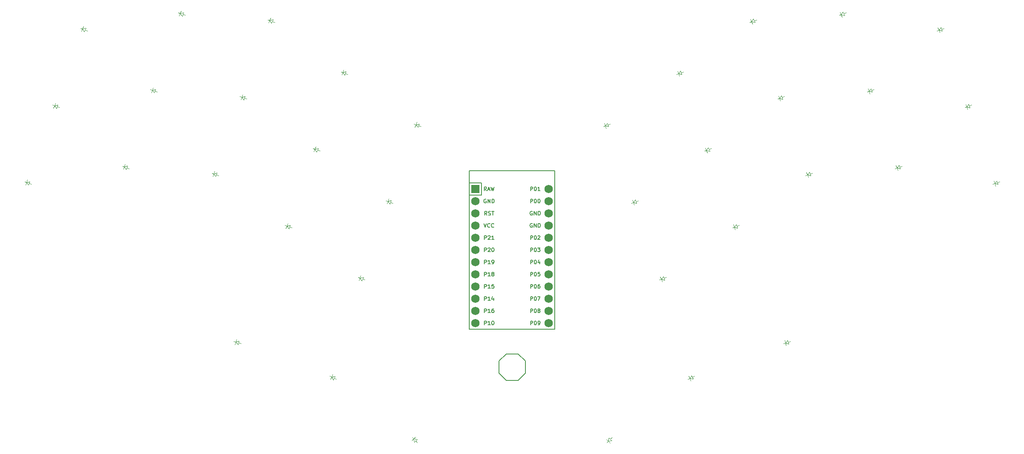
<source format=gbr>
%TF.GenerationSoftware,KiCad,Pcbnew,8.0.1*%
%TF.CreationDate,2024-04-14T13:59:04+09:00*%
%TF.ProjectId,lazyboy36,6c617a79-626f-4793-9336-2e6b69636164,v1.0.0*%
%TF.SameCoordinates,Original*%
%TF.FileFunction,Legend,Top*%
%TF.FilePolarity,Positive*%
%FSLAX46Y46*%
G04 Gerber Fmt 4.6, Leading zero omitted, Abs format (unit mm)*
G04 Created by KiCad (PCBNEW 8.0.1) date 2024-04-14 13:59:04*
%MOMM*%
%LPD*%
G01*
G04 APERTURE LIST*
%ADD10C,0.150000*%
%ADD11C,0.100000*%
%ADD12R,1.752600X1.752600*%
%ADD13C,1.752600*%
G04 APERTURE END LIST*
D10*
X159574295Y-146312634D02*
X159574295Y-145512634D01*
X159574295Y-145512634D02*
X159879057Y-145512634D01*
X159879057Y-145512634D02*
X159955247Y-145550729D01*
X159955247Y-145550729D02*
X159993342Y-145588824D01*
X159993342Y-145588824D02*
X160031438Y-145665015D01*
X160031438Y-145665015D02*
X160031438Y-145779300D01*
X160031438Y-145779300D02*
X159993342Y-145855491D01*
X159993342Y-145855491D02*
X159955247Y-145893586D01*
X159955247Y-145893586D02*
X159879057Y-145931681D01*
X159879057Y-145931681D02*
X159574295Y-145931681D01*
X160526676Y-145512634D02*
X160602866Y-145512634D01*
X160602866Y-145512634D02*
X160679057Y-145550729D01*
X160679057Y-145550729D02*
X160717152Y-145588824D01*
X160717152Y-145588824D02*
X160755247Y-145665015D01*
X160755247Y-145665015D02*
X160793342Y-145817396D01*
X160793342Y-145817396D02*
X160793342Y-146007872D01*
X160793342Y-146007872D02*
X160755247Y-146160253D01*
X160755247Y-146160253D02*
X160717152Y-146236443D01*
X160717152Y-146236443D02*
X160679057Y-146274539D01*
X160679057Y-146274539D02*
X160602866Y-146312634D01*
X160602866Y-146312634D02*
X160526676Y-146312634D01*
X160526676Y-146312634D02*
X160450485Y-146274539D01*
X160450485Y-146274539D02*
X160412390Y-146236443D01*
X160412390Y-146236443D02*
X160374295Y-146160253D01*
X160374295Y-146160253D02*
X160336199Y-146007872D01*
X160336199Y-146007872D02*
X160336199Y-145817396D01*
X160336199Y-145817396D02*
X160374295Y-145665015D01*
X160374295Y-145665015D02*
X160412390Y-145588824D01*
X160412390Y-145588824D02*
X160450485Y-145550729D01*
X160450485Y-145550729D02*
X160526676Y-145512634D01*
X161098104Y-145588824D02*
X161136200Y-145550729D01*
X161136200Y-145550729D02*
X161212390Y-145512634D01*
X161212390Y-145512634D02*
X161402866Y-145512634D01*
X161402866Y-145512634D02*
X161479057Y-145550729D01*
X161479057Y-145550729D02*
X161517152Y-145588824D01*
X161517152Y-145588824D02*
X161555247Y-145665015D01*
X161555247Y-145665015D02*
X161555247Y-145741205D01*
X161555247Y-145741205D02*
X161517152Y-145855491D01*
X161517152Y-145855491D02*
X161060009Y-146312634D01*
X161060009Y-146312634D02*
X161555247Y-146312634D01*
X150336199Y-137930731D02*
X150260009Y-137892636D01*
X150260009Y-137892636D02*
X150145723Y-137892636D01*
X150145723Y-137892636D02*
X150031437Y-137930731D01*
X150031437Y-137930731D02*
X149955247Y-138006921D01*
X149955247Y-138006921D02*
X149917152Y-138083112D01*
X149917152Y-138083112D02*
X149879056Y-138235493D01*
X149879056Y-138235493D02*
X149879056Y-138349779D01*
X149879056Y-138349779D02*
X149917152Y-138502160D01*
X149917152Y-138502160D02*
X149955247Y-138578350D01*
X149955247Y-138578350D02*
X150031437Y-138654541D01*
X150031437Y-138654541D02*
X150145723Y-138692636D01*
X150145723Y-138692636D02*
X150221914Y-138692636D01*
X150221914Y-138692636D02*
X150336199Y-138654541D01*
X150336199Y-138654541D02*
X150374295Y-138616445D01*
X150374295Y-138616445D02*
X150374295Y-138349779D01*
X150374295Y-138349779D02*
X150221914Y-138349779D01*
X150717152Y-138692636D02*
X150717152Y-137892636D01*
X150717152Y-137892636D02*
X151174295Y-138692636D01*
X151174295Y-138692636D02*
X151174295Y-137892636D01*
X151555247Y-138692636D02*
X151555247Y-137892636D01*
X151555247Y-137892636D02*
X151745723Y-137892636D01*
X151745723Y-137892636D02*
X151860009Y-137930731D01*
X151860009Y-137930731D02*
X151936199Y-138006921D01*
X151936199Y-138006921D02*
X151974294Y-138083112D01*
X151974294Y-138083112D02*
X152012390Y-138235493D01*
X152012390Y-138235493D02*
X152012390Y-138349779D01*
X152012390Y-138349779D02*
X151974294Y-138502160D01*
X151974294Y-138502160D02*
X151936199Y-138578350D01*
X151936199Y-138578350D02*
X151860009Y-138654541D01*
X151860009Y-138654541D02*
X151745723Y-138692636D01*
X151745723Y-138692636D02*
X151555247Y-138692636D01*
X149974294Y-164092634D02*
X149974294Y-163292634D01*
X149974294Y-163292634D02*
X150279056Y-163292634D01*
X150279056Y-163292634D02*
X150355246Y-163330729D01*
X150355246Y-163330729D02*
X150393341Y-163368824D01*
X150393341Y-163368824D02*
X150431437Y-163445015D01*
X150431437Y-163445015D02*
X150431437Y-163559300D01*
X150431437Y-163559300D02*
X150393341Y-163635491D01*
X150393341Y-163635491D02*
X150355246Y-163673586D01*
X150355246Y-163673586D02*
X150279056Y-163711681D01*
X150279056Y-163711681D02*
X149974294Y-163711681D01*
X151193341Y-164092634D02*
X150736198Y-164092634D01*
X150964770Y-164092634D02*
X150964770Y-163292634D01*
X150964770Y-163292634D02*
X150888579Y-163406919D01*
X150888579Y-163406919D02*
X150812389Y-163483110D01*
X150812389Y-163483110D02*
X150736198Y-163521205D01*
X151688580Y-163292634D02*
X151764770Y-163292634D01*
X151764770Y-163292634D02*
X151840961Y-163330729D01*
X151840961Y-163330729D02*
X151879056Y-163368824D01*
X151879056Y-163368824D02*
X151917151Y-163445015D01*
X151917151Y-163445015D02*
X151955246Y-163597396D01*
X151955246Y-163597396D02*
X151955246Y-163787872D01*
X151955246Y-163787872D02*
X151917151Y-163940253D01*
X151917151Y-163940253D02*
X151879056Y-164016443D01*
X151879056Y-164016443D02*
X151840961Y-164054539D01*
X151840961Y-164054539D02*
X151764770Y-164092634D01*
X151764770Y-164092634D02*
X151688580Y-164092634D01*
X151688580Y-164092634D02*
X151612389Y-164054539D01*
X151612389Y-164054539D02*
X151574294Y-164016443D01*
X151574294Y-164016443D02*
X151536199Y-163940253D01*
X151536199Y-163940253D02*
X151498103Y-163787872D01*
X151498103Y-163787872D02*
X151498103Y-163597396D01*
X151498103Y-163597396D02*
X151536199Y-163445015D01*
X151536199Y-163445015D02*
X151574294Y-163368824D01*
X151574294Y-163368824D02*
X151612389Y-163330729D01*
X151612389Y-163330729D02*
X151688580Y-163292634D01*
X149974293Y-151392636D02*
X149974293Y-150592636D01*
X149974293Y-150592636D02*
X150279055Y-150592636D01*
X150279055Y-150592636D02*
X150355245Y-150630731D01*
X150355245Y-150630731D02*
X150393340Y-150668826D01*
X150393340Y-150668826D02*
X150431436Y-150745017D01*
X150431436Y-150745017D02*
X150431436Y-150859302D01*
X150431436Y-150859302D02*
X150393340Y-150935493D01*
X150393340Y-150935493D02*
X150355245Y-150973588D01*
X150355245Y-150973588D02*
X150279055Y-151011683D01*
X150279055Y-151011683D02*
X149974293Y-151011683D01*
X151193340Y-151392636D02*
X150736197Y-151392636D01*
X150964769Y-151392636D02*
X150964769Y-150592636D01*
X150964769Y-150592636D02*
X150888578Y-150706921D01*
X150888578Y-150706921D02*
X150812388Y-150783112D01*
X150812388Y-150783112D02*
X150736197Y-150821207D01*
X151574293Y-151392636D02*
X151726674Y-151392636D01*
X151726674Y-151392636D02*
X151802864Y-151354541D01*
X151802864Y-151354541D02*
X151840960Y-151316445D01*
X151840960Y-151316445D02*
X151917150Y-151202160D01*
X151917150Y-151202160D02*
X151955245Y-151049779D01*
X151955245Y-151049779D02*
X151955245Y-150745017D01*
X151955245Y-150745017D02*
X151917150Y-150668826D01*
X151917150Y-150668826D02*
X151879055Y-150630731D01*
X151879055Y-150630731D02*
X151802864Y-150592636D01*
X151802864Y-150592636D02*
X151650483Y-150592636D01*
X151650483Y-150592636D02*
X151574293Y-150630731D01*
X151574293Y-150630731D02*
X151536198Y-150668826D01*
X151536198Y-150668826D02*
X151498102Y-150745017D01*
X151498102Y-150745017D02*
X151498102Y-150935493D01*
X151498102Y-150935493D02*
X151536198Y-151011683D01*
X151536198Y-151011683D02*
X151574293Y-151049779D01*
X151574293Y-151049779D02*
X151650483Y-151087874D01*
X151650483Y-151087874D02*
X151802864Y-151087874D01*
X151802864Y-151087874D02*
X151879055Y-151049779D01*
X151879055Y-151049779D02*
X151917150Y-151011683D01*
X151917150Y-151011683D02*
X151955245Y-150935493D01*
X149974294Y-161552634D02*
X149974294Y-160752634D01*
X149974294Y-160752634D02*
X150279056Y-160752634D01*
X150279056Y-160752634D02*
X150355246Y-160790729D01*
X150355246Y-160790729D02*
X150393341Y-160828824D01*
X150393341Y-160828824D02*
X150431437Y-160905015D01*
X150431437Y-160905015D02*
X150431437Y-161019300D01*
X150431437Y-161019300D02*
X150393341Y-161095491D01*
X150393341Y-161095491D02*
X150355246Y-161133586D01*
X150355246Y-161133586D02*
X150279056Y-161171681D01*
X150279056Y-161171681D02*
X149974294Y-161171681D01*
X151193341Y-161552634D02*
X150736198Y-161552634D01*
X150964770Y-161552634D02*
X150964770Y-160752634D01*
X150964770Y-160752634D02*
X150888579Y-160866919D01*
X150888579Y-160866919D02*
X150812389Y-160943110D01*
X150812389Y-160943110D02*
X150736198Y-160981205D01*
X151879056Y-160752634D02*
X151726675Y-160752634D01*
X151726675Y-160752634D02*
X151650484Y-160790729D01*
X151650484Y-160790729D02*
X151612389Y-160828824D01*
X151612389Y-160828824D02*
X151536199Y-160943110D01*
X151536199Y-160943110D02*
X151498103Y-161095491D01*
X151498103Y-161095491D02*
X151498103Y-161400253D01*
X151498103Y-161400253D02*
X151536199Y-161476443D01*
X151536199Y-161476443D02*
X151574294Y-161514539D01*
X151574294Y-161514539D02*
X151650484Y-161552634D01*
X151650484Y-161552634D02*
X151802865Y-161552634D01*
X151802865Y-161552634D02*
X151879056Y-161514539D01*
X151879056Y-161514539D02*
X151917151Y-161476443D01*
X151917151Y-161476443D02*
X151955246Y-161400253D01*
X151955246Y-161400253D02*
X151955246Y-161209777D01*
X151955246Y-161209777D02*
X151917151Y-161133586D01*
X151917151Y-161133586D02*
X151879056Y-161095491D01*
X151879056Y-161095491D02*
X151802865Y-161057396D01*
X151802865Y-161057396D02*
X151650484Y-161057396D01*
X151650484Y-161057396D02*
X151574294Y-161095491D01*
X151574294Y-161095491D02*
X151536199Y-161133586D01*
X151536199Y-161133586D02*
X151498103Y-161209777D01*
X159936198Y-143010730D02*
X159860008Y-142972635D01*
X159860008Y-142972635D02*
X159745722Y-142972635D01*
X159745722Y-142972635D02*
X159631436Y-143010730D01*
X159631436Y-143010730D02*
X159555246Y-143086920D01*
X159555246Y-143086920D02*
X159517151Y-143163111D01*
X159517151Y-143163111D02*
X159479055Y-143315492D01*
X159479055Y-143315492D02*
X159479055Y-143429778D01*
X159479055Y-143429778D02*
X159517151Y-143582159D01*
X159517151Y-143582159D02*
X159555246Y-143658349D01*
X159555246Y-143658349D02*
X159631436Y-143734540D01*
X159631436Y-143734540D02*
X159745722Y-143772635D01*
X159745722Y-143772635D02*
X159821913Y-143772635D01*
X159821913Y-143772635D02*
X159936198Y-143734540D01*
X159936198Y-143734540D02*
X159974294Y-143696444D01*
X159974294Y-143696444D02*
X159974294Y-143429778D01*
X159974294Y-143429778D02*
X159821913Y-143429778D01*
X160317151Y-143772635D02*
X160317151Y-142972635D01*
X160317151Y-142972635D02*
X160774294Y-143772635D01*
X160774294Y-143772635D02*
X160774294Y-142972635D01*
X161155246Y-143772635D02*
X161155246Y-142972635D01*
X161155246Y-142972635D02*
X161345722Y-142972635D01*
X161345722Y-142972635D02*
X161460008Y-143010730D01*
X161460008Y-143010730D02*
X161536198Y-143086920D01*
X161536198Y-143086920D02*
X161574293Y-143163111D01*
X161574293Y-143163111D02*
X161612389Y-143315492D01*
X161612389Y-143315492D02*
X161612389Y-143429778D01*
X161612389Y-143429778D02*
X161574293Y-143582159D01*
X161574293Y-143582159D02*
X161536198Y-143658349D01*
X161536198Y-143658349D02*
X161460008Y-143734540D01*
X161460008Y-143734540D02*
X161345722Y-143772635D01*
X161345722Y-143772635D02*
X161155246Y-143772635D01*
X150507627Y-141232635D02*
X150240960Y-140851682D01*
X150050484Y-141232635D02*
X150050484Y-140432635D01*
X150050484Y-140432635D02*
X150355246Y-140432635D01*
X150355246Y-140432635D02*
X150431436Y-140470730D01*
X150431436Y-140470730D02*
X150469531Y-140508825D01*
X150469531Y-140508825D02*
X150507627Y-140585016D01*
X150507627Y-140585016D02*
X150507627Y-140699301D01*
X150507627Y-140699301D02*
X150469531Y-140775492D01*
X150469531Y-140775492D02*
X150431436Y-140813587D01*
X150431436Y-140813587D02*
X150355246Y-140851682D01*
X150355246Y-140851682D02*
X150050484Y-140851682D01*
X150812388Y-141194540D02*
X150926674Y-141232635D01*
X150926674Y-141232635D02*
X151117150Y-141232635D01*
X151117150Y-141232635D02*
X151193341Y-141194540D01*
X151193341Y-141194540D02*
X151231436Y-141156444D01*
X151231436Y-141156444D02*
X151269531Y-141080254D01*
X151269531Y-141080254D02*
X151269531Y-141004063D01*
X151269531Y-141004063D02*
X151231436Y-140927873D01*
X151231436Y-140927873D02*
X151193341Y-140889778D01*
X151193341Y-140889778D02*
X151117150Y-140851682D01*
X151117150Y-140851682D02*
X150964769Y-140813587D01*
X150964769Y-140813587D02*
X150888579Y-140775492D01*
X150888579Y-140775492D02*
X150850484Y-140737397D01*
X150850484Y-140737397D02*
X150812388Y-140661206D01*
X150812388Y-140661206D02*
X150812388Y-140585016D01*
X150812388Y-140585016D02*
X150850484Y-140508825D01*
X150850484Y-140508825D02*
X150888579Y-140470730D01*
X150888579Y-140470730D02*
X150964769Y-140432635D01*
X150964769Y-140432635D02*
X151155246Y-140432635D01*
X151155246Y-140432635D02*
X151269531Y-140470730D01*
X151498103Y-140432635D02*
X151955246Y-140432635D01*
X151726674Y-141232635D02*
X151726674Y-140432635D01*
X159574294Y-138692636D02*
X159574294Y-137892636D01*
X159574294Y-137892636D02*
X159879056Y-137892636D01*
X159879056Y-137892636D02*
X159955246Y-137930731D01*
X159955246Y-137930731D02*
X159993341Y-137968826D01*
X159993341Y-137968826D02*
X160031437Y-138045017D01*
X160031437Y-138045017D02*
X160031437Y-138159302D01*
X160031437Y-138159302D02*
X159993341Y-138235493D01*
X159993341Y-138235493D02*
X159955246Y-138273588D01*
X159955246Y-138273588D02*
X159879056Y-138311683D01*
X159879056Y-138311683D02*
X159574294Y-138311683D01*
X160526675Y-137892636D02*
X160602865Y-137892636D01*
X160602865Y-137892636D02*
X160679056Y-137930731D01*
X160679056Y-137930731D02*
X160717151Y-137968826D01*
X160717151Y-137968826D02*
X160755246Y-138045017D01*
X160755246Y-138045017D02*
X160793341Y-138197398D01*
X160793341Y-138197398D02*
X160793341Y-138387874D01*
X160793341Y-138387874D02*
X160755246Y-138540255D01*
X160755246Y-138540255D02*
X160717151Y-138616445D01*
X160717151Y-138616445D02*
X160679056Y-138654541D01*
X160679056Y-138654541D02*
X160602865Y-138692636D01*
X160602865Y-138692636D02*
X160526675Y-138692636D01*
X160526675Y-138692636D02*
X160450484Y-138654541D01*
X160450484Y-138654541D02*
X160412389Y-138616445D01*
X160412389Y-138616445D02*
X160374294Y-138540255D01*
X160374294Y-138540255D02*
X160336198Y-138387874D01*
X160336198Y-138387874D02*
X160336198Y-138197398D01*
X160336198Y-138197398D02*
X160374294Y-138045017D01*
X160374294Y-138045017D02*
X160412389Y-137968826D01*
X160412389Y-137968826D02*
X160450484Y-137930731D01*
X160450484Y-137930731D02*
X160526675Y-137892636D01*
X161288580Y-137892636D02*
X161364770Y-137892636D01*
X161364770Y-137892636D02*
X161440961Y-137930731D01*
X161440961Y-137930731D02*
X161479056Y-137968826D01*
X161479056Y-137968826D02*
X161517151Y-138045017D01*
X161517151Y-138045017D02*
X161555246Y-138197398D01*
X161555246Y-138197398D02*
X161555246Y-138387874D01*
X161555246Y-138387874D02*
X161517151Y-138540255D01*
X161517151Y-138540255D02*
X161479056Y-138616445D01*
X161479056Y-138616445D02*
X161440961Y-138654541D01*
X161440961Y-138654541D02*
X161364770Y-138692636D01*
X161364770Y-138692636D02*
X161288580Y-138692636D01*
X161288580Y-138692636D02*
X161212389Y-138654541D01*
X161212389Y-138654541D02*
X161174294Y-138616445D01*
X161174294Y-138616445D02*
X161136199Y-138540255D01*
X161136199Y-138540255D02*
X161098103Y-138387874D01*
X161098103Y-138387874D02*
X161098103Y-138197398D01*
X161098103Y-138197398D02*
X161136199Y-138045017D01*
X161136199Y-138045017D02*
X161174294Y-137968826D01*
X161174294Y-137968826D02*
X161212389Y-137930731D01*
X161212389Y-137930731D02*
X161288580Y-137892636D01*
X159574294Y-136152636D02*
X159574294Y-135352636D01*
X159574294Y-135352636D02*
X159879056Y-135352636D01*
X159879056Y-135352636D02*
X159955246Y-135390731D01*
X159955246Y-135390731D02*
X159993341Y-135428826D01*
X159993341Y-135428826D02*
X160031437Y-135505017D01*
X160031437Y-135505017D02*
X160031437Y-135619302D01*
X160031437Y-135619302D02*
X159993341Y-135695493D01*
X159993341Y-135695493D02*
X159955246Y-135733588D01*
X159955246Y-135733588D02*
X159879056Y-135771683D01*
X159879056Y-135771683D02*
X159574294Y-135771683D01*
X160526675Y-135352636D02*
X160602865Y-135352636D01*
X160602865Y-135352636D02*
X160679056Y-135390731D01*
X160679056Y-135390731D02*
X160717151Y-135428826D01*
X160717151Y-135428826D02*
X160755246Y-135505017D01*
X160755246Y-135505017D02*
X160793341Y-135657398D01*
X160793341Y-135657398D02*
X160793341Y-135847874D01*
X160793341Y-135847874D02*
X160755246Y-136000255D01*
X160755246Y-136000255D02*
X160717151Y-136076445D01*
X160717151Y-136076445D02*
X160679056Y-136114541D01*
X160679056Y-136114541D02*
X160602865Y-136152636D01*
X160602865Y-136152636D02*
X160526675Y-136152636D01*
X160526675Y-136152636D02*
X160450484Y-136114541D01*
X160450484Y-136114541D02*
X160412389Y-136076445D01*
X160412389Y-136076445D02*
X160374294Y-136000255D01*
X160374294Y-136000255D02*
X160336198Y-135847874D01*
X160336198Y-135847874D02*
X160336198Y-135657398D01*
X160336198Y-135657398D02*
X160374294Y-135505017D01*
X160374294Y-135505017D02*
X160412389Y-135428826D01*
X160412389Y-135428826D02*
X160450484Y-135390731D01*
X160450484Y-135390731D02*
X160526675Y-135352636D01*
X161555246Y-136152636D02*
X161098103Y-136152636D01*
X161326675Y-136152636D02*
X161326675Y-135352636D01*
X161326675Y-135352636D02*
X161250484Y-135466921D01*
X161250484Y-135466921D02*
X161174294Y-135543112D01*
X161174294Y-135543112D02*
X161098103Y-135581207D01*
X150393342Y-136152636D02*
X150126675Y-135771683D01*
X149936199Y-136152636D02*
X149936199Y-135352636D01*
X149936199Y-135352636D02*
X150240961Y-135352636D01*
X150240961Y-135352636D02*
X150317151Y-135390731D01*
X150317151Y-135390731D02*
X150355246Y-135428826D01*
X150355246Y-135428826D02*
X150393342Y-135505017D01*
X150393342Y-135505017D02*
X150393342Y-135619302D01*
X150393342Y-135619302D02*
X150355246Y-135695493D01*
X150355246Y-135695493D02*
X150317151Y-135733588D01*
X150317151Y-135733588D02*
X150240961Y-135771683D01*
X150240961Y-135771683D02*
X149936199Y-135771683D01*
X150698103Y-135924064D02*
X151079056Y-135924064D01*
X150621913Y-136152636D02*
X150888580Y-135352636D01*
X150888580Y-135352636D02*
X151155246Y-136152636D01*
X151345722Y-135352636D02*
X151536198Y-136152636D01*
X151536198Y-136152636D02*
X151688579Y-135581207D01*
X151688579Y-135581207D02*
X151840960Y-136152636D01*
X151840960Y-136152636D02*
X152031437Y-135352636D01*
X159574294Y-153932630D02*
X159574294Y-153132630D01*
X159574294Y-153132630D02*
X159879056Y-153132630D01*
X159879056Y-153132630D02*
X159955246Y-153170725D01*
X159955246Y-153170725D02*
X159993341Y-153208820D01*
X159993341Y-153208820D02*
X160031437Y-153285011D01*
X160031437Y-153285011D02*
X160031437Y-153399296D01*
X160031437Y-153399296D02*
X159993341Y-153475487D01*
X159993341Y-153475487D02*
X159955246Y-153513582D01*
X159955246Y-153513582D02*
X159879056Y-153551677D01*
X159879056Y-153551677D02*
X159574294Y-153551677D01*
X160526675Y-153132630D02*
X160602865Y-153132630D01*
X160602865Y-153132630D02*
X160679056Y-153170725D01*
X160679056Y-153170725D02*
X160717151Y-153208820D01*
X160717151Y-153208820D02*
X160755246Y-153285011D01*
X160755246Y-153285011D02*
X160793341Y-153437392D01*
X160793341Y-153437392D02*
X160793341Y-153627868D01*
X160793341Y-153627868D02*
X160755246Y-153780249D01*
X160755246Y-153780249D02*
X160717151Y-153856439D01*
X160717151Y-153856439D02*
X160679056Y-153894535D01*
X160679056Y-153894535D02*
X160602865Y-153932630D01*
X160602865Y-153932630D02*
X160526675Y-153932630D01*
X160526675Y-153932630D02*
X160450484Y-153894535D01*
X160450484Y-153894535D02*
X160412389Y-153856439D01*
X160412389Y-153856439D02*
X160374294Y-153780249D01*
X160374294Y-153780249D02*
X160336198Y-153627868D01*
X160336198Y-153627868D02*
X160336198Y-153437392D01*
X160336198Y-153437392D02*
X160374294Y-153285011D01*
X160374294Y-153285011D02*
X160412389Y-153208820D01*
X160412389Y-153208820D02*
X160450484Y-153170725D01*
X160450484Y-153170725D02*
X160526675Y-153132630D01*
X161517151Y-153132630D02*
X161136199Y-153132630D01*
X161136199Y-153132630D02*
X161098103Y-153513582D01*
X161098103Y-153513582D02*
X161136199Y-153475487D01*
X161136199Y-153475487D02*
X161212389Y-153437392D01*
X161212389Y-153437392D02*
X161402865Y-153437392D01*
X161402865Y-153437392D02*
X161479056Y-153475487D01*
X161479056Y-153475487D02*
X161517151Y-153513582D01*
X161517151Y-153513582D02*
X161555246Y-153589773D01*
X161555246Y-153589773D02*
X161555246Y-153780249D01*
X161555246Y-153780249D02*
X161517151Y-153856439D01*
X161517151Y-153856439D02*
X161479056Y-153894535D01*
X161479056Y-153894535D02*
X161402865Y-153932630D01*
X161402865Y-153932630D02*
X161212389Y-153932630D01*
X161212389Y-153932630D02*
X161136199Y-153894535D01*
X161136199Y-153894535D02*
X161098103Y-153856439D01*
X149974293Y-153932636D02*
X149974293Y-153132636D01*
X149974293Y-153132636D02*
X150279055Y-153132636D01*
X150279055Y-153132636D02*
X150355245Y-153170731D01*
X150355245Y-153170731D02*
X150393340Y-153208826D01*
X150393340Y-153208826D02*
X150431436Y-153285017D01*
X150431436Y-153285017D02*
X150431436Y-153399302D01*
X150431436Y-153399302D02*
X150393340Y-153475493D01*
X150393340Y-153475493D02*
X150355245Y-153513588D01*
X150355245Y-153513588D02*
X150279055Y-153551683D01*
X150279055Y-153551683D02*
X149974293Y-153551683D01*
X151193340Y-153932636D02*
X150736197Y-153932636D01*
X150964769Y-153932636D02*
X150964769Y-153132636D01*
X150964769Y-153132636D02*
X150888578Y-153246921D01*
X150888578Y-153246921D02*
X150812388Y-153323112D01*
X150812388Y-153323112D02*
X150736197Y-153361207D01*
X151650483Y-153475493D02*
X151574293Y-153437398D01*
X151574293Y-153437398D02*
X151536198Y-153399302D01*
X151536198Y-153399302D02*
X151498102Y-153323112D01*
X151498102Y-153323112D02*
X151498102Y-153285017D01*
X151498102Y-153285017D02*
X151536198Y-153208826D01*
X151536198Y-153208826D02*
X151574293Y-153170731D01*
X151574293Y-153170731D02*
X151650483Y-153132636D01*
X151650483Y-153132636D02*
X151802864Y-153132636D01*
X151802864Y-153132636D02*
X151879055Y-153170731D01*
X151879055Y-153170731D02*
X151917150Y-153208826D01*
X151917150Y-153208826D02*
X151955245Y-153285017D01*
X151955245Y-153285017D02*
X151955245Y-153323112D01*
X151955245Y-153323112D02*
X151917150Y-153399302D01*
X151917150Y-153399302D02*
X151879055Y-153437398D01*
X151879055Y-153437398D02*
X151802864Y-153475493D01*
X151802864Y-153475493D02*
X151650483Y-153475493D01*
X151650483Y-153475493D02*
X151574293Y-153513588D01*
X151574293Y-153513588D02*
X151536198Y-153551683D01*
X151536198Y-153551683D02*
X151498102Y-153627874D01*
X151498102Y-153627874D02*
X151498102Y-153780255D01*
X151498102Y-153780255D02*
X151536198Y-153856445D01*
X151536198Y-153856445D02*
X151574293Y-153894541D01*
X151574293Y-153894541D02*
X151650483Y-153932636D01*
X151650483Y-153932636D02*
X151802864Y-153932636D01*
X151802864Y-153932636D02*
X151879055Y-153894541D01*
X151879055Y-153894541D02*
X151917150Y-153856445D01*
X151917150Y-153856445D02*
X151955245Y-153780255D01*
X151955245Y-153780255D02*
X151955245Y-153627874D01*
X151955245Y-153627874D02*
X151917150Y-153551683D01*
X151917150Y-153551683D02*
X151879055Y-153513588D01*
X151879055Y-153513588D02*
X151802864Y-153475493D01*
X149974295Y-156472635D02*
X149974295Y-155672635D01*
X149974295Y-155672635D02*
X150279057Y-155672635D01*
X150279057Y-155672635D02*
X150355247Y-155710730D01*
X150355247Y-155710730D02*
X150393342Y-155748825D01*
X150393342Y-155748825D02*
X150431438Y-155825016D01*
X150431438Y-155825016D02*
X150431438Y-155939301D01*
X150431438Y-155939301D02*
X150393342Y-156015492D01*
X150393342Y-156015492D02*
X150355247Y-156053587D01*
X150355247Y-156053587D02*
X150279057Y-156091682D01*
X150279057Y-156091682D02*
X149974295Y-156091682D01*
X151193342Y-156472635D02*
X150736199Y-156472635D01*
X150964771Y-156472635D02*
X150964771Y-155672635D01*
X150964771Y-155672635D02*
X150888580Y-155786920D01*
X150888580Y-155786920D02*
X150812390Y-155863111D01*
X150812390Y-155863111D02*
X150736199Y-155901206D01*
X151917152Y-155672635D02*
X151536200Y-155672635D01*
X151536200Y-155672635D02*
X151498104Y-156053587D01*
X151498104Y-156053587D02*
X151536200Y-156015492D01*
X151536200Y-156015492D02*
X151612390Y-155977397D01*
X151612390Y-155977397D02*
X151802866Y-155977397D01*
X151802866Y-155977397D02*
X151879057Y-156015492D01*
X151879057Y-156015492D02*
X151917152Y-156053587D01*
X151917152Y-156053587D02*
X151955247Y-156129778D01*
X151955247Y-156129778D02*
X151955247Y-156320254D01*
X151955247Y-156320254D02*
X151917152Y-156396444D01*
X151917152Y-156396444D02*
X151879057Y-156434540D01*
X151879057Y-156434540D02*
X151802866Y-156472635D01*
X151802866Y-156472635D02*
X151612390Y-156472635D01*
X151612390Y-156472635D02*
X151536200Y-156434540D01*
X151536200Y-156434540D02*
X151498104Y-156396444D01*
X159574294Y-151392634D02*
X159574294Y-150592634D01*
X159574294Y-150592634D02*
X159879056Y-150592634D01*
X159879056Y-150592634D02*
X159955246Y-150630729D01*
X159955246Y-150630729D02*
X159993341Y-150668824D01*
X159993341Y-150668824D02*
X160031437Y-150745015D01*
X160031437Y-150745015D02*
X160031437Y-150859300D01*
X160031437Y-150859300D02*
X159993341Y-150935491D01*
X159993341Y-150935491D02*
X159955246Y-150973586D01*
X159955246Y-150973586D02*
X159879056Y-151011681D01*
X159879056Y-151011681D02*
X159574294Y-151011681D01*
X160526675Y-150592634D02*
X160602865Y-150592634D01*
X160602865Y-150592634D02*
X160679056Y-150630729D01*
X160679056Y-150630729D02*
X160717151Y-150668824D01*
X160717151Y-150668824D02*
X160755246Y-150745015D01*
X160755246Y-150745015D02*
X160793341Y-150897396D01*
X160793341Y-150897396D02*
X160793341Y-151087872D01*
X160793341Y-151087872D02*
X160755246Y-151240253D01*
X160755246Y-151240253D02*
X160717151Y-151316443D01*
X160717151Y-151316443D02*
X160679056Y-151354539D01*
X160679056Y-151354539D02*
X160602865Y-151392634D01*
X160602865Y-151392634D02*
X160526675Y-151392634D01*
X160526675Y-151392634D02*
X160450484Y-151354539D01*
X160450484Y-151354539D02*
X160412389Y-151316443D01*
X160412389Y-151316443D02*
X160374294Y-151240253D01*
X160374294Y-151240253D02*
X160336198Y-151087872D01*
X160336198Y-151087872D02*
X160336198Y-150897396D01*
X160336198Y-150897396D02*
X160374294Y-150745015D01*
X160374294Y-150745015D02*
X160412389Y-150668824D01*
X160412389Y-150668824D02*
X160450484Y-150630729D01*
X160450484Y-150630729D02*
X160526675Y-150592634D01*
X161479056Y-150859300D02*
X161479056Y-151392634D01*
X161288580Y-150554539D02*
X161098103Y-151125967D01*
X161098103Y-151125967D02*
X161593342Y-151125967D01*
X159574294Y-164092634D02*
X159574294Y-163292634D01*
X159574294Y-163292634D02*
X159879056Y-163292634D01*
X159879056Y-163292634D02*
X159955246Y-163330729D01*
X159955246Y-163330729D02*
X159993341Y-163368824D01*
X159993341Y-163368824D02*
X160031437Y-163445015D01*
X160031437Y-163445015D02*
X160031437Y-163559300D01*
X160031437Y-163559300D02*
X159993341Y-163635491D01*
X159993341Y-163635491D02*
X159955246Y-163673586D01*
X159955246Y-163673586D02*
X159879056Y-163711681D01*
X159879056Y-163711681D02*
X159574294Y-163711681D01*
X160526675Y-163292634D02*
X160602865Y-163292634D01*
X160602865Y-163292634D02*
X160679056Y-163330729D01*
X160679056Y-163330729D02*
X160717151Y-163368824D01*
X160717151Y-163368824D02*
X160755246Y-163445015D01*
X160755246Y-163445015D02*
X160793341Y-163597396D01*
X160793341Y-163597396D02*
X160793341Y-163787872D01*
X160793341Y-163787872D02*
X160755246Y-163940253D01*
X160755246Y-163940253D02*
X160717151Y-164016443D01*
X160717151Y-164016443D02*
X160679056Y-164054539D01*
X160679056Y-164054539D02*
X160602865Y-164092634D01*
X160602865Y-164092634D02*
X160526675Y-164092634D01*
X160526675Y-164092634D02*
X160450484Y-164054539D01*
X160450484Y-164054539D02*
X160412389Y-164016443D01*
X160412389Y-164016443D02*
X160374294Y-163940253D01*
X160374294Y-163940253D02*
X160336198Y-163787872D01*
X160336198Y-163787872D02*
X160336198Y-163597396D01*
X160336198Y-163597396D02*
X160374294Y-163445015D01*
X160374294Y-163445015D02*
X160412389Y-163368824D01*
X160412389Y-163368824D02*
X160450484Y-163330729D01*
X160450484Y-163330729D02*
X160526675Y-163292634D01*
X161174294Y-164092634D02*
X161326675Y-164092634D01*
X161326675Y-164092634D02*
X161402865Y-164054539D01*
X161402865Y-164054539D02*
X161440961Y-164016443D01*
X161440961Y-164016443D02*
X161517151Y-163902158D01*
X161517151Y-163902158D02*
X161555246Y-163749777D01*
X161555246Y-163749777D02*
X161555246Y-163445015D01*
X161555246Y-163445015D02*
X161517151Y-163368824D01*
X161517151Y-163368824D02*
X161479056Y-163330729D01*
X161479056Y-163330729D02*
X161402865Y-163292634D01*
X161402865Y-163292634D02*
X161250484Y-163292634D01*
X161250484Y-163292634D02*
X161174294Y-163330729D01*
X161174294Y-163330729D02*
X161136199Y-163368824D01*
X161136199Y-163368824D02*
X161098103Y-163445015D01*
X161098103Y-163445015D02*
X161098103Y-163635491D01*
X161098103Y-163635491D02*
X161136199Y-163711681D01*
X161136199Y-163711681D02*
X161174294Y-163749777D01*
X161174294Y-163749777D02*
X161250484Y-163787872D01*
X161250484Y-163787872D02*
X161402865Y-163787872D01*
X161402865Y-163787872D02*
X161479056Y-163749777D01*
X161479056Y-163749777D02*
X161517151Y-163711681D01*
X161517151Y-163711681D02*
X161555246Y-163635491D01*
X159574293Y-156472634D02*
X159574293Y-155672634D01*
X159574293Y-155672634D02*
X159879055Y-155672634D01*
X159879055Y-155672634D02*
X159955245Y-155710729D01*
X159955245Y-155710729D02*
X159993340Y-155748824D01*
X159993340Y-155748824D02*
X160031436Y-155825015D01*
X160031436Y-155825015D02*
X160031436Y-155939300D01*
X160031436Y-155939300D02*
X159993340Y-156015491D01*
X159993340Y-156015491D02*
X159955245Y-156053586D01*
X159955245Y-156053586D02*
X159879055Y-156091681D01*
X159879055Y-156091681D02*
X159574293Y-156091681D01*
X160526674Y-155672634D02*
X160602864Y-155672634D01*
X160602864Y-155672634D02*
X160679055Y-155710729D01*
X160679055Y-155710729D02*
X160717150Y-155748824D01*
X160717150Y-155748824D02*
X160755245Y-155825015D01*
X160755245Y-155825015D02*
X160793340Y-155977396D01*
X160793340Y-155977396D02*
X160793340Y-156167872D01*
X160793340Y-156167872D02*
X160755245Y-156320253D01*
X160755245Y-156320253D02*
X160717150Y-156396443D01*
X160717150Y-156396443D02*
X160679055Y-156434539D01*
X160679055Y-156434539D02*
X160602864Y-156472634D01*
X160602864Y-156472634D02*
X160526674Y-156472634D01*
X160526674Y-156472634D02*
X160450483Y-156434539D01*
X160450483Y-156434539D02*
X160412388Y-156396443D01*
X160412388Y-156396443D02*
X160374293Y-156320253D01*
X160374293Y-156320253D02*
X160336197Y-156167872D01*
X160336197Y-156167872D02*
X160336197Y-155977396D01*
X160336197Y-155977396D02*
X160374293Y-155825015D01*
X160374293Y-155825015D02*
X160412388Y-155748824D01*
X160412388Y-155748824D02*
X160450483Y-155710729D01*
X160450483Y-155710729D02*
X160526674Y-155672634D01*
X161479055Y-155672634D02*
X161326674Y-155672634D01*
X161326674Y-155672634D02*
X161250483Y-155710729D01*
X161250483Y-155710729D02*
X161212388Y-155748824D01*
X161212388Y-155748824D02*
X161136198Y-155863110D01*
X161136198Y-155863110D02*
X161098102Y-156015491D01*
X161098102Y-156015491D02*
X161098102Y-156320253D01*
X161098102Y-156320253D02*
X161136198Y-156396443D01*
X161136198Y-156396443D02*
X161174293Y-156434539D01*
X161174293Y-156434539D02*
X161250483Y-156472634D01*
X161250483Y-156472634D02*
X161402864Y-156472634D01*
X161402864Y-156472634D02*
X161479055Y-156434539D01*
X161479055Y-156434539D02*
X161517150Y-156396443D01*
X161517150Y-156396443D02*
X161555245Y-156320253D01*
X161555245Y-156320253D02*
X161555245Y-156129777D01*
X161555245Y-156129777D02*
X161517150Y-156053586D01*
X161517150Y-156053586D02*
X161479055Y-156015491D01*
X161479055Y-156015491D02*
X161402864Y-155977396D01*
X161402864Y-155977396D02*
X161250483Y-155977396D01*
X161250483Y-155977396D02*
X161174293Y-156015491D01*
X161174293Y-156015491D02*
X161136198Y-156053586D01*
X161136198Y-156053586D02*
X161098102Y-156129777D01*
X159574294Y-161552634D02*
X159574294Y-160752634D01*
X159574294Y-160752634D02*
X159879056Y-160752634D01*
X159879056Y-160752634D02*
X159955246Y-160790729D01*
X159955246Y-160790729D02*
X159993341Y-160828824D01*
X159993341Y-160828824D02*
X160031437Y-160905015D01*
X160031437Y-160905015D02*
X160031437Y-161019300D01*
X160031437Y-161019300D02*
X159993341Y-161095491D01*
X159993341Y-161095491D02*
X159955246Y-161133586D01*
X159955246Y-161133586D02*
X159879056Y-161171681D01*
X159879056Y-161171681D02*
X159574294Y-161171681D01*
X160526675Y-160752634D02*
X160602865Y-160752634D01*
X160602865Y-160752634D02*
X160679056Y-160790729D01*
X160679056Y-160790729D02*
X160717151Y-160828824D01*
X160717151Y-160828824D02*
X160755246Y-160905015D01*
X160755246Y-160905015D02*
X160793341Y-161057396D01*
X160793341Y-161057396D02*
X160793341Y-161247872D01*
X160793341Y-161247872D02*
X160755246Y-161400253D01*
X160755246Y-161400253D02*
X160717151Y-161476443D01*
X160717151Y-161476443D02*
X160679056Y-161514539D01*
X160679056Y-161514539D02*
X160602865Y-161552634D01*
X160602865Y-161552634D02*
X160526675Y-161552634D01*
X160526675Y-161552634D02*
X160450484Y-161514539D01*
X160450484Y-161514539D02*
X160412389Y-161476443D01*
X160412389Y-161476443D02*
X160374294Y-161400253D01*
X160374294Y-161400253D02*
X160336198Y-161247872D01*
X160336198Y-161247872D02*
X160336198Y-161057396D01*
X160336198Y-161057396D02*
X160374294Y-160905015D01*
X160374294Y-160905015D02*
X160412389Y-160828824D01*
X160412389Y-160828824D02*
X160450484Y-160790729D01*
X160450484Y-160790729D02*
X160526675Y-160752634D01*
X161250484Y-161095491D02*
X161174294Y-161057396D01*
X161174294Y-161057396D02*
X161136199Y-161019300D01*
X161136199Y-161019300D02*
X161098103Y-160943110D01*
X161098103Y-160943110D02*
X161098103Y-160905015D01*
X161098103Y-160905015D02*
X161136199Y-160828824D01*
X161136199Y-160828824D02*
X161174294Y-160790729D01*
X161174294Y-160790729D02*
X161250484Y-160752634D01*
X161250484Y-160752634D02*
X161402865Y-160752634D01*
X161402865Y-160752634D02*
X161479056Y-160790729D01*
X161479056Y-160790729D02*
X161517151Y-160828824D01*
X161517151Y-160828824D02*
X161555246Y-160905015D01*
X161555246Y-160905015D02*
X161555246Y-160943110D01*
X161555246Y-160943110D02*
X161517151Y-161019300D01*
X161517151Y-161019300D02*
X161479056Y-161057396D01*
X161479056Y-161057396D02*
X161402865Y-161095491D01*
X161402865Y-161095491D02*
X161250484Y-161095491D01*
X161250484Y-161095491D02*
X161174294Y-161133586D01*
X161174294Y-161133586D02*
X161136199Y-161171681D01*
X161136199Y-161171681D02*
X161098103Y-161247872D01*
X161098103Y-161247872D02*
X161098103Y-161400253D01*
X161098103Y-161400253D02*
X161136199Y-161476443D01*
X161136199Y-161476443D02*
X161174294Y-161514539D01*
X161174294Y-161514539D02*
X161250484Y-161552634D01*
X161250484Y-161552634D02*
X161402865Y-161552634D01*
X161402865Y-161552634D02*
X161479056Y-161514539D01*
X161479056Y-161514539D02*
X161517151Y-161476443D01*
X161517151Y-161476443D02*
X161555246Y-161400253D01*
X161555246Y-161400253D02*
X161555246Y-161247872D01*
X161555246Y-161247872D02*
X161517151Y-161171681D01*
X161517151Y-161171681D02*
X161479056Y-161133586D01*
X161479056Y-161133586D02*
X161402865Y-161095491D01*
X159936199Y-140470730D02*
X159860009Y-140432635D01*
X159860009Y-140432635D02*
X159745723Y-140432635D01*
X159745723Y-140432635D02*
X159631437Y-140470730D01*
X159631437Y-140470730D02*
X159555247Y-140546920D01*
X159555247Y-140546920D02*
X159517152Y-140623111D01*
X159517152Y-140623111D02*
X159479056Y-140775492D01*
X159479056Y-140775492D02*
X159479056Y-140889778D01*
X159479056Y-140889778D02*
X159517152Y-141042159D01*
X159517152Y-141042159D02*
X159555247Y-141118349D01*
X159555247Y-141118349D02*
X159631437Y-141194540D01*
X159631437Y-141194540D02*
X159745723Y-141232635D01*
X159745723Y-141232635D02*
X159821914Y-141232635D01*
X159821914Y-141232635D02*
X159936199Y-141194540D01*
X159936199Y-141194540D02*
X159974295Y-141156444D01*
X159974295Y-141156444D02*
X159974295Y-140889778D01*
X159974295Y-140889778D02*
X159821914Y-140889778D01*
X160317152Y-141232635D02*
X160317152Y-140432635D01*
X160317152Y-140432635D02*
X160774295Y-141232635D01*
X160774295Y-141232635D02*
X160774295Y-140432635D01*
X161155247Y-141232635D02*
X161155247Y-140432635D01*
X161155247Y-140432635D02*
X161345723Y-140432635D01*
X161345723Y-140432635D02*
X161460009Y-140470730D01*
X161460009Y-140470730D02*
X161536199Y-140546920D01*
X161536199Y-140546920D02*
X161574294Y-140623111D01*
X161574294Y-140623111D02*
X161612390Y-140775492D01*
X161612390Y-140775492D02*
X161612390Y-140889778D01*
X161612390Y-140889778D02*
X161574294Y-141042159D01*
X161574294Y-141042159D02*
X161536199Y-141118349D01*
X161536199Y-141118349D02*
X161460009Y-141194540D01*
X161460009Y-141194540D02*
X161345723Y-141232635D01*
X161345723Y-141232635D02*
X161155247Y-141232635D01*
X149974294Y-146312640D02*
X149974294Y-145512640D01*
X149974294Y-145512640D02*
X150279056Y-145512640D01*
X150279056Y-145512640D02*
X150355246Y-145550735D01*
X150355246Y-145550735D02*
X150393341Y-145588830D01*
X150393341Y-145588830D02*
X150431437Y-145665021D01*
X150431437Y-145665021D02*
X150431437Y-145779306D01*
X150431437Y-145779306D02*
X150393341Y-145855497D01*
X150393341Y-145855497D02*
X150355246Y-145893592D01*
X150355246Y-145893592D02*
X150279056Y-145931687D01*
X150279056Y-145931687D02*
X149974294Y-145931687D01*
X150736198Y-145588830D02*
X150774294Y-145550735D01*
X150774294Y-145550735D02*
X150850484Y-145512640D01*
X150850484Y-145512640D02*
X151040960Y-145512640D01*
X151040960Y-145512640D02*
X151117151Y-145550735D01*
X151117151Y-145550735D02*
X151155246Y-145588830D01*
X151155246Y-145588830D02*
X151193341Y-145665021D01*
X151193341Y-145665021D02*
X151193341Y-145741211D01*
X151193341Y-145741211D02*
X151155246Y-145855497D01*
X151155246Y-145855497D02*
X150698103Y-146312640D01*
X150698103Y-146312640D02*
X151193341Y-146312640D01*
X151955246Y-146312640D02*
X151498103Y-146312640D01*
X151726675Y-146312640D02*
X151726675Y-145512640D01*
X151726675Y-145512640D02*
X151650484Y-145626925D01*
X151650484Y-145626925D02*
X151574294Y-145703116D01*
X151574294Y-145703116D02*
X151498103Y-145741211D01*
X159574295Y-159012635D02*
X159574295Y-158212635D01*
X159574295Y-158212635D02*
X159879057Y-158212635D01*
X159879057Y-158212635D02*
X159955247Y-158250730D01*
X159955247Y-158250730D02*
X159993342Y-158288825D01*
X159993342Y-158288825D02*
X160031438Y-158365016D01*
X160031438Y-158365016D02*
X160031438Y-158479301D01*
X160031438Y-158479301D02*
X159993342Y-158555492D01*
X159993342Y-158555492D02*
X159955247Y-158593587D01*
X159955247Y-158593587D02*
X159879057Y-158631682D01*
X159879057Y-158631682D02*
X159574295Y-158631682D01*
X160526676Y-158212635D02*
X160602866Y-158212635D01*
X160602866Y-158212635D02*
X160679057Y-158250730D01*
X160679057Y-158250730D02*
X160717152Y-158288825D01*
X160717152Y-158288825D02*
X160755247Y-158365016D01*
X160755247Y-158365016D02*
X160793342Y-158517397D01*
X160793342Y-158517397D02*
X160793342Y-158707873D01*
X160793342Y-158707873D02*
X160755247Y-158860254D01*
X160755247Y-158860254D02*
X160717152Y-158936444D01*
X160717152Y-158936444D02*
X160679057Y-158974540D01*
X160679057Y-158974540D02*
X160602866Y-159012635D01*
X160602866Y-159012635D02*
X160526676Y-159012635D01*
X160526676Y-159012635D02*
X160450485Y-158974540D01*
X160450485Y-158974540D02*
X160412390Y-158936444D01*
X160412390Y-158936444D02*
X160374295Y-158860254D01*
X160374295Y-158860254D02*
X160336199Y-158707873D01*
X160336199Y-158707873D02*
X160336199Y-158517397D01*
X160336199Y-158517397D02*
X160374295Y-158365016D01*
X160374295Y-158365016D02*
X160412390Y-158288825D01*
X160412390Y-158288825D02*
X160450485Y-158250730D01*
X160450485Y-158250730D02*
X160526676Y-158212635D01*
X161060009Y-158212635D02*
X161593343Y-158212635D01*
X161593343Y-158212635D02*
X161250485Y-159012635D01*
X149974294Y-159012635D02*
X149974294Y-158212635D01*
X149974294Y-158212635D02*
X150279056Y-158212635D01*
X150279056Y-158212635D02*
X150355246Y-158250730D01*
X150355246Y-158250730D02*
X150393341Y-158288825D01*
X150393341Y-158288825D02*
X150431437Y-158365016D01*
X150431437Y-158365016D02*
X150431437Y-158479301D01*
X150431437Y-158479301D02*
X150393341Y-158555492D01*
X150393341Y-158555492D02*
X150355246Y-158593587D01*
X150355246Y-158593587D02*
X150279056Y-158631682D01*
X150279056Y-158631682D02*
X149974294Y-158631682D01*
X151193341Y-159012635D02*
X150736198Y-159012635D01*
X150964770Y-159012635D02*
X150964770Y-158212635D01*
X150964770Y-158212635D02*
X150888579Y-158326920D01*
X150888579Y-158326920D02*
X150812389Y-158403111D01*
X150812389Y-158403111D02*
X150736198Y-158441206D01*
X151879056Y-158479301D02*
X151879056Y-159012635D01*
X151688580Y-158174540D02*
X151498103Y-158745968D01*
X151498103Y-158745968D02*
X151993342Y-158745968D01*
X159574295Y-148852634D02*
X159574295Y-148052634D01*
X159574295Y-148052634D02*
X159879057Y-148052634D01*
X159879057Y-148052634D02*
X159955247Y-148090729D01*
X159955247Y-148090729D02*
X159993342Y-148128824D01*
X159993342Y-148128824D02*
X160031438Y-148205015D01*
X160031438Y-148205015D02*
X160031438Y-148319300D01*
X160031438Y-148319300D02*
X159993342Y-148395491D01*
X159993342Y-148395491D02*
X159955247Y-148433586D01*
X159955247Y-148433586D02*
X159879057Y-148471681D01*
X159879057Y-148471681D02*
X159574295Y-148471681D01*
X160526676Y-148052634D02*
X160602866Y-148052634D01*
X160602866Y-148052634D02*
X160679057Y-148090729D01*
X160679057Y-148090729D02*
X160717152Y-148128824D01*
X160717152Y-148128824D02*
X160755247Y-148205015D01*
X160755247Y-148205015D02*
X160793342Y-148357396D01*
X160793342Y-148357396D02*
X160793342Y-148547872D01*
X160793342Y-148547872D02*
X160755247Y-148700253D01*
X160755247Y-148700253D02*
X160717152Y-148776443D01*
X160717152Y-148776443D02*
X160679057Y-148814539D01*
X160679057Y-148814539D02*
X160602866Y-148852634D01*
X160602866Y-148852634D02*
X160526676Y-148852634D01*
X160526676Y-148852634D02*
X160450485Y-148814539D01*
X160450485Y-148814539D02*
X160412390Y-148776443D01*
X160412390Y-148776443D02*
X160374295Y-148700253D01*
X160374295Y-148700253D02*
X160336199Y-148547872D01*
X160336199Y-148547872D02*
X160336199Y-148357396D01*
X160336199Y-148357396D02*
X160374295Y-148205015D01*
X160374295Y-148205015D02*
X160412390Y-148128824D01*
X160412390Y-148128824D02*
X160450485Y-148090729D01*
X160450485Y-148090729D02*
X160526676Y-148052634D01*
X161060009Y-148052634D02*
X161555247Y-148052634D01*
X161555247Y-148052634D02*
X161288581Y-148357396D01*
X161288581Y-148357396D02*
X161402866Y-148357396D01*
X161402866Y-148357396D02*
X161479057Y-148395491D01*
X161479057Y-148395491D02*
X161517152Y-148433586D01*
X161517152Y-148433586D02*
X161555247Y-148509777D01*
X161555247Y-148509777D02*
X161555247Y-148700253D01*
X161555247Y-148700253D02*
X161517152Y-148776443D01*
X161517152Y-148776443D02*
X161479057Y-148814539D01*
X161479057Y-148814539D02*
X161402866Y-148852634D01*
X161402866Y-148852634D02*
X161174295Y-148852634D01*
X161174295Y-148852634D02*
X161098104Y-148814539D01*
X161098104Y-148814539D02*
X161060009Y-148776443D01*
X149879057Y-142972636D02*
X150145724Y-143772636D01*
X150145724Y-143772636D02*
X150412390Y-142972636D01*
X151136200Y-143696445D02*
X151098104Y-143734541D01*
X151098104Y-143734541D02*
X150983819Y-143772636D01*
X150983819Y-143772636D02*
X150907628Y-143772636D01*
X150907628Y-143772636D02*
X150793342Y-143734541D01*
X150793342Y-143734541D02*
X150717152Y-143658350D01*
X150717152Y-143658350D02*
X150679057Y-143582160D01*
X150679057Y-143582160D02*
X150640961Y-143429779D01*
X150640961Y-143429779D02*
X150640961Y-143315493D01*
X150640961Y-143315493D02*
X150679057Y-143163112D01*
X150679057Y-143163112D02*
X150717152Y-143086921D01*
X150717152Y-143086921D02*
X150793342Y-143010731D01*
X150793342Y-143010731D02*
X150907628Y-142972636D01*
X150907628Y-142972636D02*
X150983819Y-142972636D01*
X150983819Y-142972636D02*
X151098104Y-143010731D01*
X151098104Y-143010731D02*
X151136200Y-143048826D01*
X151936200Y-143696445D02*
X151898104Y-143734541D01*
X151898104Y-143734541D02*
X151783819Y-143772636D01*
X151783819Y-143772636D02*
X151707628Y-143772636D01*
X151707628Y-143772636D02*
X151593342Y-143734541D01*
X151593342Y-143734541D02*
X151517152Y-143658350D01*
X151517152Y-143658350D02*
X151479057Y-143582160D01*
X151479057Y-143582160D02*
X151440961Y-143429779D01*
X151440961Y-143429779D02*
X151440961Y-143315493D01*
X151440961Y-143315493D02*
X151479057Y-143163112D01*
X151479057Y-143163112D02*
X151517152Y-143086921D01*
X151517152Y-143086921D02*
X151593342Y-143010731D01*
X151593342Y-143010731D02*
X151707628Y-142972636D01*
X151707628Y-142972636D02*
X151783819Y-142972636D01*
X151783819Y-142972636D02*
X151898104Y-143010731D01*
X151898104Y-143010731D02*
X151936200Y-143048826D01*
X149974294Y-148852636D02*
X149974294Y-148052636D01*
X149974294Y-148052636D02*
X150279056Y-148052636D01*
X150279056Y-148052636D02*
X150355246Y-148090731D01*
X150355246Y-148090731D02*
X150393341Y-148128826D01*
X150393341Y-148128826D02*
X150431437Y-148205017D01*
X150431437Y-148205017D02*
X150431437Y-148319302D01*
X150431437Y-148319302D02*
X150393341Y-148395493D01*
X150393341Y-148395493D02*
X150355246Y-148433588D01*
X150355246Y-148433588D02*
X150279056Y-148471683D01*
X150279056Y-148471683D02*
X149974294Y-148471683D01*
X150736198Y-148128826D02*
X150774294Y-148090731D01*
X150774294Y-148090731D02*
X150850484Y-148052636D01*
X150850484Y-148052636D02*
X151040960Y-148052636D01*
X151040960Y-148052636D02*
X151117151Y-148090731D01*
X151117151Y-148090731D02*
X151155246Y-148128826D01*
X151155246Y-148128826D02*
X151193341Y-148205017D01*
X151193341Y-148205017D02*
X151193341Y-148281207D01*
X151193341Y-148281207D02*
X151155246Y-148395493D01*
X151155246Y-148395493D02*
X150698103Y-148852636D01*
X150698103Y-148852636D02*
X151193341Y-148852636D01*
X151688580Y-148052636D02*
X151764770Y-148052636D01*
X151764770Y-148052636D02*
X151840961Y-148090731D01*
X151840961Y-148090731D02*
X151879056Y-148128826D01*
X151879056Y-148128826D02*
X151917151Y-148205017D01*
X151917151Y-148205017D02*
X151955246Y-148357398D01*
X151955246Y-148357398D02*
X151955246Y-148547874D01*
X151955246Y-148547874D02*
X151917151Y-148700255D01*
X151917151Y-148700255D02*
X151879056Y-148776445D01*
X151879056Y-148776445D02*
X151840961Y-148814541D01*
X151840961Y-148814541D02*
X151764770Y-148852636D01*
X151764770Y-148852636D02*
X151688580Y-148852636D01*
X151688580Y-148852636D02*
X151612389Y-148814541D01*
X151612389Y-148814541D02*
X151574294Y-148776445D01*
X151574294Y-148776445D02*
X151536199Y-148700255D01*
X151536199Y-148700255D02*
X151498103Y-148547874D01*
X151498103Y-148547874D02*
X151498103Y-148357398D01*
X151498103Y-148357398D02*
X151536199Y-148205017D01*
X151536199Y-148205017D02*
X151574294Y-148128826D01*
X151574294Y-148128826D02*
X151612389Y-148090731D01*
X151612389Y-148090731D02*
X151688580Y-148052636D01*
%TO.C,B1*%
X152995728Y-171655496D02*
X152995729Y-174155493D01*
X154495731Y-175655497D02*
X152995729Y-174155493D01*
X154495732Y-170155494D02*
X152995728Y-171655496D01*
X156995728Y-175655496D02*
X154495731Y-175655497D01*
X156995728Y-175655496D02*
X158495732Y-174155494D01*
X156995729Y-170155493D02*
X154495732Y-170155494D01*
X156995729Y-170155493D02*
X158495731Y-171655497D01*
X158495731Y-171655497D02*
X158495732Y-174155494D01*
D11*
%TO.C,D2*%
X60148555Y-118300492D02*
X60524432Y-118437300D01*
X60524432Y-118437300D02*
X60336320Y-118954133D01*
X60524432Y-118437300D02*
X60712542Y-117920470D01*
X60524432Y-118437300D02*
X61225055Y-118266635D01*
X60951439Y-119018389D02*
X60524432Y-118437300D01*
X61088250Y-118642511D02*
X61558093Y-118813522D01*
X61225055Y-118266635D02*
X60951439Y-119018389D01*
%TO.C,D19*%
X255747711Y-134788302D02*
X256123587Y-134651493D01*
X256123587Y-134651493D02*
X255935478Y-134134666D01*
X256123587Y-134651493D02*
X256311698Y-135168324D01*
X256123587Y-134651493D02*
X256550596Y-134070405D01*
X256550596Y-134070405D02*
X256824211Y-134822158D01*
X256687403Y-134446280D02*
X257157249Y-134275272D01*
X256824211Y-134822158D02*
X256123587Y-134651493D01*
%TO.C,D35*%
X192322660Y-175408173D02*
X192685177Y-175239124D01*
X192685177Y-175239124D02*
X192452745Y-174740656D01*
X192685177Y-175239124D02*
X192917623Y-175737593D01*
X192685177Y-175239124D02*
X193059921Y-174623030D01*
X193059921Y-174623030D02*
X193398015Y-175348077D01*
X193228969Y-174985551D02*
X193682122Y-174774243D01*
X193398015Y-175348077D02*
X192685177Y-175239124D01*
%TO.C,D3*%
X65962892Y-102325728D02*
X66338769Y-102462536D01*
X66338769Y-102462536D02*
X66150657Y-102979369D01*
X66338769Y-102462536D02*
X66526879Y-101945706D01*
X66338769Y-102462536D02*
X67039392Y-102291871D01*
X66765776Y-103043625D02*
X66338769Y-102462536D01*
X66902587Y-102667747D02*
X67372430Y-102838758D01*
X67039392Y-102291871D02*
X66765776Y-103043625D01*
%TO.C,D36*%
X175459646Y-188596627D02*
X175742490Y-188313781D01*
X175742490Y-188313781D02*
X175353580Y-187924875D01*
X175742490Y-188313781D02*
X175883909Y-187606678D01*
X175742490Y-188313781D02*
X176131397Y-188702692D01*
X175883909Y-187606678D02*
X176449596Y-188172362D01*
X176166755Y-187889521D02*
X176520304Y-187535967D01*
X176449596Y-188172362D02*
X175742490Y-188313781D01*
%TO.C,D20*%
X249933377Y-118813532D02*
X250309253Y-118676723D01*
X250309253Y-118676723D02*
X250121144Y-118159896D01*
X250309253Y-118676723D02*
X250497364Y-119193554D01*
X250309253Y-118676723D02*
X250736262Y-118095635D01*
X250736262Y-118095635D02*
X251009877Y-118847388D01*
X250873069Y-118471510D02*
X251342915Y-118300502D01*
X251009877Y-118847388D02*
X250309253Y-118676723D01*
%TO.C,D32*%
X180565400Y-138740531D02*
X180941276Y-138603722D01*
X180941276Y-138603722D02*
X180753167Y-138086895D01*
X180941276Y-138603722D02*
X181129387Y-139120553D01*
X180941276Y-138603722D02*
X181368285Y-138022634D01*
X181368285Y-138022634D02*
X181641900Y-138774387D01*
X181505092Y-138398509D02*
X181974938Y-138227501D01*
X181641900Y-138774387D02*
X180941276Y-138603722D01*
%TO.C,D31*%
X186379756Y-154715293D02*
X186755632Y-154578484D01*
X186755632Y-154578484D02*
X186567523Y-154061657D01*
X186755632Y-154578484D02*
X186943743Y-155095315D01*
X186755632Y-154578484D02*
X187182641Y-153997396D01*
X187182641Y-153997396D02*
X187456256Y-154749149D01*
X187319448Y-154373271D02*
X187789294Y-154202263D01*
X187456256Y-154749149D02*
X186755632Y-154578484D01*
%TO.C,D22*%
X235413048Y-131547740D02*
X235788924Y-131410931D01*
X235788924Y-131410931D02*
X235600815Y-130894104D01*
X235788924Y-131410931D02*
X235977035Y-131927762D01*
X235788924Y-131410931D02*
X236215933Y-130829843D01*
X236215933Y-130829843D02*
X236489548Y-131581596D01*
X236352740Y-131205718D02*
X236822586Y-131034710D01*
X236489548Y-131581596D02*
X235788924Y-131410931D01*
%TO.C,D4*%
X74668876Y-131034707D02*
X75044753Y-131171515D01*
X75044753Y-131171515D02*
X74856641Y-131688348D01*
X75044753Y-131171515D02*
X75232863Y-130654685D01*
X75044753Y-131171515D02*
X75745376Y-131000850D01*
X75471760Y-131752604D02*
X75044753Y-131171515D01*
X75608571Y-131376726D02*
X76078414Y-131547737D01*
X75745376Y-131000850D02*
X75471760Y-131752604D01*
%TO.C,D28*%
X201584115Y-143860479D02*
X201959991Y-143723670D01*
X201959991Y-143723670D02*
X201771882Y-143206843D01*
X201959991Y-143723670D02*
X202148102Y-144240501D01*
X201959991Y-143723670D02*
X202387000Y-143142582D01*
X202387000Y-143142582D02*
X202660615Y-143894335D01*
X202523807Y-143518457D02*
X202993653Y-143347449D01*
X202660615Y-143894335D02*
X201959991Y-143723670D01*
D10*
%TO.C,MCU1*%
X146855723Y-131980340D02*
X146855727Y-165000342D01*
X146855727Y-165000342D02*
X164635721Y-165000341D01*
X149395723Y-137060341D02*
X146855725Y-137060341D01*
X149395724Y-134520339D02*
X146855725Y-134520339D01*
X149395724Y-134520339D02*
X149395723Y-137060341D01*
X164635721Y-165000341D02*
X164635724Y-131980339D01*
X164635724Y-131980339D02*
X146855723Y-131980340D01*
D11*
%TO.C,D9*%
X104922134Y-100543065D02*
X105298011Y-100679873D01*
X105298011Y-100679873D02*
X105109899Y-101196706D01*
X105298011Y-100679873D02*
X105486121Y-100163043D01*
X105298011Y-100679873D02*
X105998634Y-100509208D01*
X105725018Y-101260962D02*
X105298011Y-100679873D01*
X105861829Y-100885084D02*
X106331672Y-101056095D01*
X105998634Y-100509208D02*
X105725018Y-101260962D01*
%TO.C,D18*%
X134971164Y-187535965D02*
X135254010Y-187818809D01*
X135254010Y-187818809D02*
X134865099Y-188207716D01*
X135254010Y-187818809D02*
X135642916Y-187429899D01*
X135254010Y-187818809D02*
X135961113Y-187960228D01*
X135395429Y-188525915D02*
X135254010Y-187818809D01*
X135678270Y-188243074D02*
X136031824Y-188596623D01*
X135961113Y-187960228D02*
X135395429Y-188525915D01*
%TO.C,D8*%
X99107782Y-116517836D02*
X99483659Y-116654644D01*
X99483659Y-116654644D02*
X99295547Y-117171477D01*
X99483659Y-116654644D02*
X99671769Y-116137814D01*
X99483659Y-116654644D02*
X100184282Y-116483979D01*
X99910666Y-117235733D02*
X99483659Y-116654644D01*
X100047477Y-116859855D02*
X100517320Y-117030866D01*
X100184282Y-116483979D02*
X99910666Y-117235733D01*
%TO.C,D27*%
X205159804Y-101056100D02*
X205535680Y-100919291D01*
X205535680Y-100919291D02*
X205347571Y-100402464D01*
X205535680Y-100919291D02*
X205723791Y-101436122D01*
X205535680Y-100919291D02*
X205962689Y-100338203D01*
X205962689Y-100338203D02*
X206236304Y-101089956D01*
X206099496Y-100714078D02*
X206569342Y-100543070D01*
X206236304Y-101089956D02*
X205535680Y-100919291D01*
%TO.C,D29*%
X195769771Y-127885706D02*
X196145647Y-127748897D01*
X196145647Y-127748897D02*
X195957538Y-127232070D01*
X196145647Y-127748897D02*
X196333758Y-128265728D01*
X196145647Y-127748897D02*
X196572656Y-127167809D01*
X196572656Y-127167809D02*
X196846271Y-127919562D01*
X196709463Y-127543684D02*
X197179309Y-127372676D01*
X196846271Y-127919562D02*
X196145647Y-127748897D01*
%TO.C,D24*%
X223784357Y-99598209D02*
X224160233Y-99461400D01*
X224160233Y-99461400D02*
X223972124Y-98944573D01*
X224160233Y-99461400D02*
X224348344Y-99978231D01*
X224160233Y-99461400D02*
X224587242Y-98880312D01*
X224587242Y-98880312D02*
X224860857Y-99632065D01*
X224724049Y-99256187D02*
X225193895Y-99085179D01*
X224860857Y-99632065D02*
X224160233Y-99461400D01*
%TO.C,D14*%
X129516520Y-138227493D02*
X129892397Y-138364301D01*
X129892397Y-138364301D02*
X129704285Y-138881134D01*
X129892397Y-138364301D02*
X130080507Y-137847471D01*
X129892397Y-138364301D02*
X130593020Y-138193636D01*
X130319404Y-138945390D02*
X129892397Y-138364301D01*
X130456215Y-138569512D02*
X130926058Y-138740523D01*
X130593020Y-138193636D02*
X130319404Y-138945390D01*
%TO.C,D17*%
X117809344Y-174774248D02*
X118171870Y-174943294D01*
X118171870Y-174943294D02*
X117939430Y-175441762D01*
X118171870Y-174943294D02*
X118404307Y-174444827D01*
X118171870Y-174943294D02*
X118884699Y-174834343D01*
X118546605Y-175559390D02*
X118171870Y-174943294D01*
X118715654Y-175196867D02*
X119168806Y-175408176D01*
X118884699Y-174834343D02*
X118546605Y-175559390D01*
%TO.C,D13*%
X123702178Y-154202268D02*
X124078055Y-154339076D01*
X124078055Y-154339076D02*
X123889943Y-154855909D01*
X124078055Y-154339076D02*
X124266165Y-153822246D01*
X124078055Y-154339076D02*
X124778678Y-154168411D01*
X124505062Y-154920165D02*
X124078055Y-154339076D01*
X124641873Y-154544287D02*
X125111716Y-154715298D01*
X124778678Y-154168411D02*
X124505062Y-154920165D01*
%TO.C,D16*%
X97850906Y-167569313D02*
X98237277Y-167672842D01*
X98237277Y-167672842D02*
X98094927Y-168204101D01*
X98237277Y-167672842D02*
X98379623Y-167141584D01*
X98237277Y-167672842D02*
X98920360Y-167441762D01*
X98713305Y-168214502D02*
X98237277Y-167672842D01*
X98816835Y-167828131D02*
X99299796Y-167957543D01*
X98920360Y-167441762D02*
X98713305Y-168214502D01*
%TO.C,D11*%
X114312149Y-127372657D02*
X114688026Y-127509465D01*
X114688026Y-127509465D02*
X114499914Y-128026298D01*
X114688026Y-127509465D02*
X114876136Y-126992635D01*
X114688026Y-127509465D02*
X115388649Y-127338800D01*
X115115033Y-128090554D02*
X114688026Y-127509465D01*
X115251844Y-127714676D02*
X115721687Y-127885687D01*
X115388649Y-127338800D02*
X115115033Y-128090554D01*
%TO.C,D1*%
X54334208Y-134275277D02*
X54710085Y-134412085D01*
X54710085Y-134412085D02*
X54521973Y-134928918D01*
X54710085Y-134412085D02*
X54898195Y-133895255D01*
X54710085Y-134412085D02*
X55410708Y-134241420D01*
X55137092Y-134993174D02*
X54710085Y-134412085D01*
X55273903Y-134617296D02*
X55743746Y-134788307D01*
X55410708Y-134241420D02*
X55137092Y-134993174D01*
%TO.C,D23*%
X229598706Y-115572962D02*
X229974582Y-115436153D01*
X229974582Y-115436153D02*
X229786473Y-114919326D01*
X229974582Y-115436153D02*
X230162693Y-115952984D01*
X229974582Y-115436153D02*
X230401591Y-114855065D01*
X230401591Y-114855065D02*
X230675206Y-115606818D01*
X230538398Y-115230940D02*
X231008244Y-115059932D01*
X230675206Y-115606818D02*
X229974582Y-115436153D01*
%TO.C,D30*%
X189955428Y-111910913D02*
X190331304Y-111774104D01*
X190331304Y-111774104D02*
X190143195Y-111257277D01*
X190331304Y-111774104D02*
X190519415Y-112290935D01*
X190331304Y-111774104D02*
X190758313Y-111193016D01*
X190758313Y-111193016D02*
X191031928Y-111944769D01*
X190895120Y-111568891D02*
X191364966Y-111397883D01*
X191031928Y-111944769D02*
X190331304Y-111774104D01*
%TO.C,D21*%
X244119032Y-102838747D02*
X244494908Y-102701938D01*
X244494908Y-102701938D02*
X244306799Y-102185111D01*
X244494908Y-102701938D02*
X244683019Y-103218769D01*
X244494908Y-102701938D02*
X244921917Y-102120850D01*
X244921917Y-102120850D02*
X245195532Y-102872603D01*
X245058724Y-102496725D02*
X245528570Y-102325717D01*
X245195532Y-102872603D02*
X244494908Y-102701938D01*
%TO.C,D12*%
X120126484Y-111397891D02*
X120502361Y-111534699D01*
X120502361Y-111534699D02*
X120314249Y-112051532D01*
X120502361Y-111534699D02*
X120690471Y-111017869D01*
X120502361Y-111534699D02*
X121202984Y-111364034D01*
X120929368Y-112115788D02*
X120502361Y-111534699D01*
X121066179Y-111739910D02*
X121536022Y-111910921D01*
X121202984Y-111364034D02*
X120929368Y-112115788D01*
%TO.C,D7*%
X93293441Y-132492604D02*
X93669318Y-132629412D01*
X93669318Y-132629412D02*
X93481206Y-133146245D01*
X93669318Y-132629412D02*
X93857428Y-132112582D01*
X93669318Y-132629412D02*
X94369941Y-132458747D01*
X94096325Y-133210501D02*
X93669318Y-132629412D01*
X94233136Y-132834623D02*
X94702979Y-133005634D01*
X94369941Y-132458747D02*
X94096325Y-133210501D01*
%TO.C,D33*%
X174751064Y-122765736D02*
X175126940Y-122628927D01*
X175126940Y-122628927D02*
X174938831Y-122112100D01*
X175126940Y-122628927D02*
X175315051Y-123145758D01*
X175126940Y-122628927D02*
X175553949Y-122047839D01*
X175553949Y-122047839D02*
X175827564Y-122799592D01*
X175690756Y-122423714D02*
X176160602Y-122252706D01*
X175827564Y-122799592D02*
X175126940Y-122628927D01*
%TO.C,D25*%
X216788483Y-133005642D02*
X217164359Y-132868833D01*
X217164359Y-132868833D02*
X216976250Y-132352006D01*
X217164359Y-132868833D02*
X217352470Y-133385664D01*
X217164359Y-132868833D02*
X217591368Y-132287745D01*
X217591368Y-132287745D02*
X217864983Y-133039498D01*
X217728175Y-132663620D02*
X218198021Y-132492612D01*
X217864983Y-133039498D02*
X217164359Y-132868833D01*
%TO.C,D10*%
X108497803Y-143347443D02*
X108873680Y-143484251D01*
X108873680Y-143484251D02*
X108685568Y-144001084D01*
X108873680Y-143484251D02*
X109061790Y-142967421D01*
X108873680Y-143484251D02*
X109574303Y-143313586D01*
X109300687Y-144065340D02*
X108873680Y-143484251D01*
X109437498Y-143689462D02*
X109907341Y-143860473D01*
X109574303Y-143313586D02*
X109300687Y-144065340D01*
%TO.C,D5*%
X80483212Y-115059939D02*
X80859089Y-115196747D01*
X80859089Y-115196747D02*
X80670977Y-115713580D01*
X80859089Y-115196747D02*
X81047199Y-114679917D01*
X80859089Y-115196747D02*
X81559712Y-115026082D01*
X81286096Y-115777836D02*
X80859089Y-115196747D01*
X81422907Y-115401958D02*
X81892750Y-115572969D01*
X81559712Y-115026082D02*
X81286096Y-115777836D01*
%TO.C,D15*%
X135330859Y-122252717D02*
X135706736Y-122389525D01*
X135706736Y-122389525D02*
X135518624Y-122906358D01*
X135706736Y-122389525D02*
X135894846Y-121872695D01*
X135706736Y-122389525D02*
X136407359Y-122218860D01*
X136133743Y-122970614D02*
X135706736Y-122389525D01*
X136270554Y-122594736D02*
X136740397Y-122765747D01*
X136407359Y-122218860D02*
X136133743Y-122970614D01*
%TO.C,D6*%
X86297564Y-99085174D02*
X86673441Y-99221982D01*
X86673441Y-99221982D02*
X86485329Y-99738815D01*
X86673441Y-99221982D02*
X86861551Y-98705152D01*
X86673441Y-99221982D02*
X87374064Y-99051317D01*
X87100448Y-99803071D02*
X86673441Y-99221982D01*
X87237259Y-99427193D02*
X87707102Y-99598204D01*
X87374064Y-99051317D02*
X87100448Y-99803071D01*
%TO.C,D26*%
X210974133Y-117030864D02*
X211350009Y-116894055D01*
X211350009Y-116894055D02*
X211161900Y-116377228D01*
X211350009Y-116894055D02*
X211538120Y-117410886D01*
X211350009Y-116894055D02*
X211777018Y-116312967D01*
X211777018Y-116312967D02*
X212050633Y-117064720D01*
X211913825Y-116688842D02*
X212383671Y-116517834D01*
X212050633Y-117064720D02*
X211350009Y-116894055D01*
%TO.C,D34*%
X212191678Y-167957529D02*
X212578048Y-167854001D01*
X212578048Y-167854001D02*
X212435698Y-167322744D01*
X212578048Y-167854001D02*
X212720399Y-168385259D01*
X212578048Y-167854001D02*
X213054077Y-167312339D01*
X213054077Y-167312339D02*
X213261135Y-168085081D01*
X213157606Y-167698709D02*
X213640568Y-167569299D01*
X213261135Y-168085081D02*
X212578048Y-167854001D01*
%TD*%
D12*
%TO.C,MCU1*%
X148125722Y-135790344D03*
D13*
X148125725Y-138330340D03*
X148125723Y-140870338D03*
X148125725Y-143410340D03*
X148125723Y-145950339D03*
X148125723Y-148490340D03*
X148125724Y-151030340D03*
X148125723Y-153570339D03*
X148125727Y-156110339D03*
X148125723Y-158650342D03*
X148125720Y-161190342D03*
X148125724Y-163730340D03*
X163365722Y-135790340D03*
X163365726Y-138330338D03*
X163365723Y-140870338D03*
X163365719Y-143410341D03*
X163365723Y-145950341D03*
X163365722Y-148490340D03*
X163365723Y-151030340D03*
X163365723Y-153570341D03*
X163365721Y-156110340D03*
X163365723Y-158650342D03*
X163365721Y-161190340D03*
X163365724Y-163730336D03*
%TD*%
M02*

</source>
